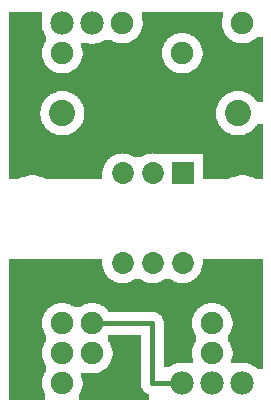
<source format=gtl>
G04 MADE WITH FRITZING*
G04 WWW.FRITZING.ORG*
G04 DOUBLE SIDED*
G04 HOLES PLATED*
G04 CONTOUR ON CENTER OF CONTOUR VECTOR*
%ASAXBY*%
%FSLAX23Y23*%
%MOIN*%
%OFA0B0*%
%SFA1.0B1.0*%
%ADD10C,0.075000*%
%ADD11C,0.072361*%
%ADD12C,0.072917*%
%ADD13C,0.078000*%
%ADD14C,0.087500*%
%ADD15R,0.072361X0.072361*%
%ADD16C,0.016000*%
%LNCOPPER1*%
G90*
G70*
G54D10*
X105Y1263D03*
X105Y265D03*
X718Y295D03*
X318Y295D03*
X318Y195D03*
X718Y195D03*
G54D11*
X619Y795D03*
G54D12*
X619Y495D03*
X519Y795D03*
X519Y495D03*
X419Y795D03*
X419Y495D03*
G54D10*
X218Y95D03*
X218Y195D03*
X218Y295D03*
G54D13*
X318Y1295D03*
X218Y1295D03*
X618Y95D03*
X718Y95D03*
X818Y95D03*
G54D10*
X218Y1195D03*
X618Y1195D03*
X418Y1295D03*
X818Y1295D03*
G54D14*
X804Y995D03*
X218Y995D03*
G54D15*
X619Y795D03*
G54D16*
X518Y95D02*
X599Y95D01*
D02*
X518Y295D02*
X518Y95D01*
D02*
X336Y295D02*
X518Y295D01*
G36*
X40Y1332D02*
X40Y1128D01*
X204Y1128D01*
X204Y1130D01*
X198Y1130D01*
X198Y1132D01*
X192Y1132D01*
X192Y1134D01*
X188Y1134D01*
X188Y1136D01*
X184Y1136D01*
X184Y1138D01*
X180Y1138D01*
X180Y1140D01*
X178Y1140D01*
X178Y1142D01*
X176Y1142D01*
X176Y1144D01*
X174Y1144D01*
X174Y1146D01*
X170Y1146D01*
X170Y1148D01*
X168Y1148D01*
X168Y1152D01*
X166Y1152D01*
X166Y1154D01*
X164Y1154D01*
X164Y1156D01*
X162Y1156D01*
X162Y1160D01*
X160Y1160D01*
X160Y1162D01*
X158Y1162D01*
X158Y1166D01*
X156Y1166D01*
X156Y1172D01*
X154Y1172D01*
X154Y1178D01*
X152Y1178D01*
X152Y1190D01*
X150Y1190D01*
X150Y1200D01*
X152Y1200D01*
X152Y1212D01*
X154Y1212D01*
X154Y1218D01*
X156Y1218D01*
X156Y1224D01*
X158Y1224D01*
X158Y1228D01*
X160Y1228D01*
X160Y1230D01*
X162Y1230D01*
X162Y1234D01*
X164Y1234D01*
X164Y1254D01*
X162Y1254D01*
X162Y1256D01*
X160Y1256D01*
X160Y1260D01*
X158Y1260D01*
X158Y1264D01*
X156Y1264D01*
X156Y1268D01*
X154Y1268D01*
X154Y1272D01*
X152Y1272D01*
X152Y1280D01*
X150Y1280D01*
X150Y1310D01*
X152Y1310D01*
X152Y1332D01*
X40Y1332D01*
G37*
D02*
G36*
X484Y1332D02*
X484Y1304D01*
X486Y1304D01*
X486Y1286D01*
X484Y1286D01*
X484Y1276D01*
X482Y1276D01*
X482Y1270D01*
X480Y1270D01*
X480Y1266D01*
X478Y1266D01*
X478Y1262D01*
X632Y1262D01*
X632Y1260D01*
X640Y1260D01*
X640Y1258D01*
X644Y1258D01*
X644Y1256D01*
X648Y1256D01*
X648Y1254D01*
X652Y1254D01*
X652Y1252D01*
X656Y1252D01*
X656Y1250D01*
X658Y1250D01*
X658Y1248D01*
X662Y1248D01*
X662Y1246D01*
X664Y1246D01*
X664Y1244D01*
X666Y1244D01*
X666Y1242D01*
X668Y1242D01*
X668Y1240D01*
X670Y1240D01*
X670Y1236D01*
X672Y1236D01*
X672Y1234D01*
X674Y1234D01*
X674Y1232D01*
X676Y1232D01*
X676Y1228D01*
X804Y1228D01*
X804Y1230D01*
X798Y1230D01*
X798Y1232D01*
X792Y1232D01*
X792Y1234D01*
X788Y1234D01*
X788Y1236D01*
X784Y1236D01*
X784Y1238D01*
X780Y1238D01*
X780Y1240D01*
X778Y1240D01*
X778Y1242D01*
X776Y1242D01*
X776Y1244D01*
X774Y1244D01*
X774Y1246D01*
X770Y1246D01*
X770Y1248D01*
X768Y1248D01*
X768Y1252D01*
X766Y1252D01*
X766Y1254D01*
X764Y1254D01*
X764Y1256D01*
X762Y1256D01*
X762Y1260D01*
X760Y1260D01*
X760Y1262D01*
X758Y1262D01*
X758Y1266D01*
X756Y1266D01*
X756Y1272D01*
X754Y1272D01*
X754Y1278D01*
X752Y1278D01*
X752Y1290D01*
X750Y1290D01*
X750Y1300D01*
X752Y1300D01*
X752Y1312D01*
X754Y1312D01*
X754Y1332D01*
X484Y1332D01*
G37*
D02*
G36*
X476Y1262D02*
X476Y1260D01*
X474Y1260D01*
X474Y1256D01*
X472Y1256D01*
X472Y1254D01*
X470Y1254D01*
X470Y1250D01*
X468Y1250D01*
X468Y1248D01*
X466Y1248D01*
X466Y1246D01*
X464Y1246D01*
X464Y1244D01*
X460Y1244D01*
X460Y1242D01*
X458Y1242D01*
X458Y1240D01*
X456Y1240D01*
X456Y1238D01*
X452Y1238D01*
X452Y1236D01*
X448Y1236D01*
X448Y1234D01*
X444Y1234D01*
X444Y1232D01*
X440Y1232D01*
X440Y1230D01*
X432Y1230D01*
X432Y1228D01*
X560Y1228D01*
X560Y1230D01*
X562Y1230D01*
X562Y1234D01*
X564Y1234D01*
X564Y1236D01*
X566Y1236D01*
X566Y1238D01*
X568Y1238D01*
X568Y1242D01*
X570Y1242D01*
X570Y1244D01*
X572Y1244D01*
X572Y1246D01*
X576Y1246D01*
X576Y1248D01*
X578Y1248D01*
X578Y1250D01*
X580Y1250D01*
X580Y1252D01*
X584Y1252D01*
X584Y1254D01*
X588Y1254D01*
X588Y1256D01*
X592Y1256D01*
X592Y1258D01*
X596Y1258D01*
X596Y1260D01*
X604Y1260D01*
X604Y1262D01*
X476Y1262D01*
G37*
D02*
G36*
X866Y1248D02*
X866Y1246D01*
X864Y1246D01*
X864Y1244D01*
X860Y1244D01*
X860Y1242D01*
X858Y1242D01*
X858Y1240D01*
X856Y1240D01*
X856Y1238D01*
X852Y1238D01*
X852Y1236D01*
X848Y1236D01*
X848Y1234D01*
X844Y1234D01*
X844Y1232D01*
X840Y1232D01*
X840Y1230D01*
X832Y1230D01*
X832Y1228D01*
X886Y1228D01*
X886Y1248D01*
X866Y1248D01*
G37*
D02*
G36*
X358Y1240D02*
X358Y1238D01*
X356Y1238D01*
X356Y1236D01*
X352Y1236D01*
X352Y1234D01*
X348Y1234D01*
X348Y1232D01*
X344Y1232D01*
X344Y1230D01*
X338Y1230D01*
X338Y1228D01*
X404Y1228D01*
X404Y1230D01*
X398Y1230D01*
X398Y1232D01*
X392Y1232D01*
X392Y1234D01*
X388Y1234D01*
X388Y1236D01*
X384Y1236D01*
X384Y1238D01*
X380Y1238D01*
X380Y1240D01*
X358Y1240D01*
G37*
D02*
G36*
X282Y1228D02*
X282Y1226D01*
X308Y1226D01*
X308Y1228D01*
X282Y1228D01*
G37*
D02*
G36*
X328Y1228D02*
X328Y1226D01*
X558Y1226D01*
X558Y1228D01*
X328Y1228D01*
G37*
D02*
G36*
X328Y1228D02*
X328Y1226D01*
X558Y1226D01*
X558Y1228D01*
X328Y1228D01*
G37*
D02*
G36*
X678Y1228D02*
X678Y1226D01*
X886Y1226D01*
X886Y1228D01*
X678Y1228D01*
G37*
D02*
G36*
X678Y1228D02*
X678Y1226D01*
X886Y1226D01*
X886Y1228D01*
X678Y1228D01*
G37*
D02*
G36*
X282Y1226D02*
X282Y1224D01*
X558Y1224D01*
X558Y1226D01*
X282Y1226D01*
G37*
D02*
G36*
X282Y1226D02*
X282Y1224D01*
X558Y1224D01*
X558Y1226D01*
X282Y1226D01*
G37*
D02*
G36*
X678Y1226D02*
X678Y1224D01*
X680Y1224D01*
X680Y1220D01*
X682Y1220D01*
X682Y1214D01*
X684Y1214D01*
X684Y1204D01*
X686Y1204D01*
X686Y1186D01*
X684Y1186D01*
X684Y1176D01*
X682Y1176D01*
X682Y1170D01*
X680Y1170D01*
X680Y1166D01*
X678Y1166D01*
X678Y1162D01*
X676Y1162D01*
X676Y1160D01*
X674Y1160D01*
X674Y1156D01*
X672Y1156D01*
X672Y1154D01*
X670Y1154D01*
X670Y1150D01*
X668Y1150D01*
X668Y1148D01*
X666Y1148D01*
X666Y1146D01*
X664Y1146D01*
X664Y1144D01*
X660Y1144D01*
X660Y1142D01*
X658Y1142D01*
X658Y1140D01*
X656Y1140D01*
X656Y1138D01*
X652Y1138D01*
X652Y1136D01*
X648Y1136D01*
X648Y1134D01*
X644Y1134D01*
X644Y1132D01*
X640Y1132D01*
X640Y1130D01*
X632Y1130D01*
X632Y1128D01*
X886Y1128D01*
X886Y1226D01*
X678Y1226D01*
G37*
D02*
G36*
X282Y1224D02*
X282Y1214D01*
X284Y1214D01*
X284Y1204D01*
X286Y1204D01*
X286Y1186D01*
X284Y1186D01*
X284Y1176D01*
X282Y1176D01*
X282Y1170D01*
X280Y1170D01*
X280Y1166D01*
X278Y1166D01*
X278Y1162D01*
X276Y1162D01*
X276Y1160D01*
X274Y1160D01*
X274Y1156D01*
X272Y1156D01*
X272Y1154D01*
X270Y1154D01*
X270Y1150D01*
X268Y1150D01*
X268Y1148D01*
X266Y1148D01*
X266Y1146D01*
X264Y1146D01*
X264Y1144D01*
X260Y1144D01*
X260Y1142D01*
X258Y1142D01*
X258Y1140D01*
X256Y1140D01*
X256Y1138D01*
X252Y1138D01*
X252Y1136D01*
X248Y1136D01*
X248Y1134D01*
X244Y1134D01*
X244Y1132D01*
X240Y1132D01*
X240Y1130D01*
X232Y1130D01*
X232Y1128D01*
X604Y1128D01*
X604Y1130D01*
X598Y1130D01*
X598Y1132D01*
X592Y1132D01*
X592Y1134D01*
X588Y1134D01*
X588Y1136D01*
X584Y1136D01*
X584Y1138D01*
X580Y1138D01*
X580Y1140D01*
X578Y1140D01*
X578Y1142D01*
X576Y1142D01*
X576Y1144D01*
X574Y1144D01*
X574Y1146D01*
X570Y1146D01*
X570Y1148D01*
X568Y1148D01*
X568Y1152D01*
X566Y1152D01*
X566Y1154D01*
X564Y1154D01*
X564Y1156D01*
X562Y1156D01*
X562Y1160D01*
X560Y1160D01*
X560Y1162D01*
X558Y1162D01*
X558Y1166D01*
X556Y1166D01*
X556Y1172D01*
X554Y1172D01*
X554Y1178D01*
X552Y1178D01*
X552Y1190D01*
X550Y1190D01*
X550Y1200D01*
X552Y1200D01*
X552Y1212D01*
X554Y1212D01*
X554Y1218D01*
X556Y1218D01*
X556Y1224D01*
X282Y1224D01*
G37*
D02*
G36*
X40Y1128D02*
X40Y1126D01*
X886Y1126D01*
X886Y1128D01*
X40Y1128D01*
G37*
D02*
G36*
X40Y1128D02*
X40Y1126D01*
X886Y1126D01*
X886Y1128D01*
X40Y1128D01*
G37*
D02*
G36*
X40Y1128D02*
X40Y1126D01*
X886Y1126D01*
X886Y1128D01*
X40Y1128D01*
G37*
D02*
G36*
X40Y1126D02*
X40Y1068D01*
X820Y1068D01*
X820Y1066D01*
X828Y1066D01*
X828Y1064D01*
X832Y1064D01*
X832Y1062D01*
X836Y1062D01*
X836Y1060D01*
X840Y1060D01*
X840Y1058D01*
X844Y1058D01*
X844Y1056D01*
X846Y1056D01*
X846Y1054D01*
X850Y1054D01*
X850Y1052D01*
X852Y1052D01*
X852Y1050D01*
X854Y1050D01*
X854Y1048D01*
X856Y1048D01*
X856Y1046D01*
X858Y1046D01*
X858Y1044D01*
X860Y1044D01*
X860Y1042D01*
X862Y1042D01*
X862Y1038D01*
X864Y1038D01*
X864Y1036D01*
X866Y1036D01*
X866Y1034D01*
X886Y1034D01*
X886Y1126D01*
X40Y1126D01*
G37*
D02*
G36*
X40Y1068D02*
X40Y922D01*
X202Y922D01*
X202Y924D01*
X196Y924D01*
X196Y926D01*
X190Y926D01*
X190Y928D01*
X186Y928D01*
X186Y930D01*
X182Y930D01*
X182Y932D01*
X178Y932D01*
X178Y934D01*
X176Y934D01*
X176Y936D01*
X174Y936D01*
X174Y938D01*
X170Y938D01*
X170Y940D01*
X168Y940D01*
X168Y942D01*
X166Y942D01*
X166Y944D01*
X164Y944D01*
X164Y946D01*
X162Y946D01*
X162Y948D01*
X160Y948D01*
X160Y952D01*
X158Y952D01*
X158Y954D01*
X156Y954D01*
X156Y958D01*
X154Y958D01*
X154Y960D01*
X152Y960D01*
X152Y964D01*
X150Y964D01*
X150Y970D01*
X148Y970D01*
X148Y976D01*
X146Y976D01*
X146Y986D01*
X144Y986D01*
X144Y1004D01*
X146Y1004D01*
X146Y1014D01*
X148Y1014D01*
X148Y1020D01*
X150Y1020D01*
X150Y1026D01*
X152Y1026D01*
X152Y1030D01*
X154Y1030D01*
X154Y1032D01*
X156Y1032D01*
X156Y1036D01*
X158Y1036D01*
X158Y1038D01*
X160Y1038D01*
X160Y1042D01*
X162Y1042D01*
X162Y1044D01*
X164Y1044D01*
X164Y1046D01*
X166Y1046D01*
X166Y1048D01*
X168Y1048D01*
X168Y1050D01*
X170Y1050D01*
X170Y1052D01*
X172Y1052D01*
X172Y1054D01*
X176Y1054D01*
X176Y1056D01*
X178Y1056D01*
X178Y1058D01*
X182Y1058D01*
X182Y1060D01*
X186Y1060D01*
X186Y1062D01*
X190Y1062D01*
X190Y1064D01*
X196Y1064D01*
X196Y1066D01*
X202Y1066D01*
X202Y1068D01*
X40Y1068D01*
G37*
D02*
G36*
X234Y1068D02*
X234Y1066D01*
X242Y1066D01*
X242Y1064D01*
X246Y1064D01*
X246Y1062D01*
X250Y1062D01*
X250Y1060D01*
X254Y1060D01*
X254Y1058D01*
X258Y1058D01*
X258Y1056D01*
X260Y1056D01*
X260Y1054D01*
X264Y1054D01*
X264Y1052D01*
X266Y1052D01*
X266Y1050D01*
X268Y1050D01*
X268Y1048D01*
X270Y1048D01*
X270Y1046D01*
X272Y1046D01*
X272Y1044D01*
X274Y1044D01*
X274Y1042D01*
X276Y1042D01*
X276Y1040D01*
X278Y1040D01*
X278Y1036D01*
X280Y1036D01*
X280Y1034D01*
X282Y1034D01*
X282Y1030D01*
X284Y1030D01*
X284Y1026D01*
X286Y1026D01*
X286Y1022D01*
X288Y1022D01*
X288Y1016D01*
X290Y1016D01*
X290Y1006D01*
X292Y1006D01*
X292Y984D01*
X290Y984D01*
X290Y974D01*
X288Y974D01*
X288Y968D01*
X286Y968D01*
X286Y964D01*
X284Y964D01*
X284Y960D01*
X282Y960D01*
X282Y956D01*
X280Y956D01*
X280Y954D01*
X278Y954D01*
X278Y950D01*
X276Y950D01*
X276Y948D01*
X274Y948D01*
X274Y946D01*
X272Y946D01*
X272Y944D01*
X270Y944D01*
X270Y942D01*
X268Y942D01*
X268Y940D01*
X266Y940D01*
X266Y938D01*
X264Y938D01*
X264Y936D01*
X260Y936D01*
X260Y934D01*
X258Y934D01*
X258Y932D01*
X254Y932D01*
X254Y930D01*
X250Y930D01*
X250Y928D01*
X246Y928D01*
X246Y926D01*
X240Y926D01*
X240Y924D01*
X234Y924D01*
X234Y922D01*
X788Y922D01*
X788Y924D01*
X782Y924D01*
X782Y926D01*
X776Y926D01*
X776Y928D01*
X772Y928D01*
X772Y930D01*
X768Y930D01*
X768Y932D01*
X764Y932D01*
X764Y934D01*
X762Y934D01*
X762Y936D01*
X758Y936D01*
X758Y938D01*
X756Y938D01*
X756Y940D01*
X754Y940D01*
X754Y942D01*
X752Y942D01*
X752Y944D01*
X750Y944D01*
X750Y946D01*
X748Y946D01*
X748Y948D01*
X746Y948D01*
X746Y952D01*
X744Y952D01*
X744Y954D01*
X742Y954D01*
X742Y958D01*
X740Y958D01*
X740Y960D01*
X738Y960D01*
X738Y964D01*
X736Y964D01*
X736Y970D01*
X734Y970D01*
X734Y976D01*
X732Y976D01*
X732Y986D01*
X730Y986D01*
X730Y1004D01*
X732Y1004D01*
X732Y1014D01*
X734Y1014D01*
X734Y1020D01*
X736Y1020D01*
X736Y1026D01*
X738Y1026D01*
X738Y1030D01*
X740Y1030D01*
X740Y1032D01*
X742Y1032D01*
X742Y1036D01*
X744Y1036D01*
X744Y1038D01*
X746Y1038D01*
X746Y1042D01*
X748Y1042D01*
X748Y1044D01*
X750Y1044D01*
X750Y1046D01*
X752Y1046D01*
X752Y1048D01*
X754Y1048D01*
X754Y1050D01*
X756Y1050D01*
X756Y1052D01*
X758Y1052D01*
X758Y1054D01*
X762Y1054D01*
X762Y1056D01*
X764Y1056D01*
X764Y1058D01*
X768Y1058D01*
X768Y1060D01*
X772Y1060D01*
X772Y1062D01*
X776Y1062D01*
X776Y1064D01*
X780Y1064D01*
X780Y1066D01*
X788Y1066D01*
X788Y1068D01*
X234Y1068D01*
G37*
D02*
G36*
X866Y958D02*
X866Y954D01*
X864Y954D01*
X864Y952D01*
X862Y952D01*
X862Y948D01*
X860Y948D01*
X860Y946D01*
X858Y946D01*
X858Y944D01*
X856Y944D01*
X856Y942D01*
X854Y942D01*
X854Y940D01*
X852Y940D01*
X852Y938D01*
X850Y938D01*
X850Y936D01*
X846Y936D01*
X846Y934D01*
X844Y934D01*
X844Y932D01*
X840Y932D01*
X840Y930D01*
X836Y930D01*
X836Y928D01*
X832Y928D01*
X832Y926D01*
X826Y926D01*
X826Y924D01*
X820Y924D01*
X820Y922D01*
X886Y922D01*
X886Y958D01*
X866Y958D01*
G37*
D02*
G36*
X40Y922D02*
X40Y920D01*
X886Y920D01*
X886Y922D01*
X40Y922D01*
G37*
D02*
G36*
X40Y922D02*
X40Y920D01*
X886Y920D01*
X886Y922D01*
X40Y922D01*
G37*
D02*
G36*
X40Y922D02*
X40Y920D01*
X886Y920D01*
X886Y922D01*
X40Y922D01*
G37*
D02*
G36*
X40Y920D02*
X40Y862D01*
X522Y862D01*
X522Y860D01*
X686Y860D01*
X686Y788D01*
X830Y788D01*
X830Y786D01*
X840Y786D01*
X840Y784D01*
X848Y784D01*
X848Y782D01*
X854Y782D01*
X854Y780D01*
X858Y780D01*
X858Y778D01*
X862Y778D01*
X862Y776D01*
X886Y776D01*
X886Y920D01*
X40Y920D01*
G37*
D02*
G36*
X40Y862D02*
X40Y788D01*
X130Y788D01*
X130Y786D01*
X140Y786D01*
X140Y784D01*
X148Y784D01*
X148Y782D01*
X154Y782D01*
X154Y780D01*
X158Y780D01*
X158Y778D01*
X162Y778D01*
X162Y776D01*
X352Y776D01*
X352Y802D01*
X354Y802D01*
X354Y812D01*
X356Y812D01*
X356Y818D01*
X358Y818D01*
X358Y824D01*
X360Y824D01*
X360Y826D01*
X362Y826D01*
X362Y830D01*
X364Y830D01*
X364Y834D01*
X366Y834D01*
X366Y836D01*
X368Y836D01*
X368Y838D01*
X370Y838D01*
X370Y840D01*
X372Y840D01*
X372Y842D01*
X374Y842D01*
X374Y844D01*
X376Y844D01*
X376Y846D01*
X378Y846D01*
X378Y848D01*
X382Y848D01*
X382Y850D01*
X384Y850D01*
X384Y852D01*
X388Y852D01*
X388Y854D01*
X392Y854D01*
X392Y856D01*
X396Y856D01*
X396Y858D01*
X402Y858D01*
X402Y860D01*
X416Y860D01*
X416Y862D01*
X40Y862D01*
G37*
D02*
G36*
X422Y862D02*
X422Y860D01*
X436Y860D01*
X436Y858D01*
X442Y858D01*
X442Y856D01*
X446Y856D01*
X446Y854D01*
X450Y854D01*
X450Y852D01*
X454Y852D01*
X454Y850D01*
X456Y850D01*
X456Y848D01*
X482Y848D01*
X482Y850D01*
X484Y850D01*
X484Y852D01*
X488Y852D01*
X488Y854D01*
X492Y854D01*
X492Y856D01*
X496Y856D01*
X496Y858D01*
X502Y858D01*
X502Y860D01*
X516Y860D01*
X516Y862D01*
X422Y862D01*
G37*
D02*
G36*
X40Y788D02*
X40Y776D01*
X74Y776D01*
X74Y778D01*
X78Y778D01*
X78Y780D01*
X82Y780D01*
X82Y782D01*
X88Y782D01*
X88Y784D01*
X96Y784D01*
X96Y786D01*
X106Y786D01*
X106Y788D01*
X40Y788D01*
G37*
D02*
G36*
X686Y788D02*
X686Y776D01*
X774Y776D01*
X774Y778D01*
X778Y778D01*
X778Y780D01*
X782Y780D01*
X782Y782D01*
X788Y782D01*
X788Y784D01*
X796Y784D01*
X796Y786D01*
X806Y786D01*
X806Y788D01*
X686Y788D01*
G37*
D02*
G36*
X40Y508D02*
X40Y428D01*
X410Y428D01*
X410Y430D01*
X400Y430D01*
X400Y432D01*
X394Y432D01*
X394Y434D01*
X390Y434D01*
X390Y436D01*
X386Y436D01*
X386Y438D01*
X382Y438D01*
X382Y440D01*
X380Y440D01*
X380Y442D01*
X378Y442D01*
X378Y444D01*
X374Y444D01*
X374Y446D01*
X372Y446D01*
X372Y448D01*
X370Y448D01*
X370Y450D01*
X368Y450D01*
X368Y454D01*
X366Y454D01*
X366Y456D01*
X364Y456D01*
X364Y460D01*
X362Y460D01*
X362Y462D01*
X360Y462D01*
X360Y466D01*
X358Y466D01*
X358Y470D01*
X356Y470D01*
X356Y476D01*
X354Y476D01*
X354Y486D01*
X352Y486D01*
X352Y508D01*
X40Y508D01*
G37*
D02*
G36*
X686Y508D02*
X686Y488D01*
X684Y488D01*
X684Y478D01*
X682Y478D01*
X682Y472D01*
X680Y472D01*
X680Y466D01*
X678Y466D01*
X678Y462D01*
X676Y462D01*
X676Y460D01*
X674Y460D01*
X674Y456D01*
X672Y456D01*
X672Y454D01*
X670Y454D01*
X670Y452D01*
X668Y452D01*
X668Y448D01*
X666Y448D01*
X666Y446D01*
X662Y446D01*
X662Y444D01*
X660Y444D01*
X660Y442D01*
X658Y442D01*
X658Y440D01*
X654Y440D01*
X654Y438D01*
X652Y438D01*
X652Y436D01*
X648Y436D01*
X648Y434D01*
X644Y434D01*
X644Y432D01*
X638Y432D01*
X638Y430D01*
X628Y430D01*
X628Y428D01*
X886Y428D01*
X886Y508D01*
X686Y508D01*
G37*
D02*
G36*
X458Y442D02*
X458Y440D01*
X454Y440D01*
X454Y438D01*
X452Y438D01*
X452Y436D01*
X448Y436D01*
X448Y434D01*
X444Y434D01*
X444Y432D01*
X438Y432D01*
X438Y430D01*
X428Y430D01*
X428Y428D01*
X510Y428D01*
X510Y430D01*
X500Y430D01*
X500Y432D01*
X494Y432D01*
X494Y434D01*
X490Y434D01*
X490Y436D01*
X486Y436D01*
X486Y438D01*
X482Y438D01*
X482Y440D01*
X480Y440D01*
X480Y442D01*
X458Y442D01*
G37*
D02*
G36*
X558Y442D02*
X558Y440D01*
X554Y440D01*
X554Y438D01*
X552Y438D01*
X552Y436D01*
X548Y436D01*
X548Y434D01*
X544Y434D01*
X544Y432D01*
X538Y432D01*
X538Y430D01*
X528Y430D01*
X528Y428D01*
X610Y428D01*
X610Y430D01*
X600Y430D01*
X600Y432D01*
X594Y432D01*
X594Y434D01*
X590Y434D01*
X590Y436D01*
X586Y436D01*
X586Y438D01*
X582Y438D01*
X582Y440D01*
X580Y440D01*
X580Y442D01*
X558Y442D01*
G37*
D02*
G36*
X40Y428D02*
X40Y426D01*
X886Y426D01*
X886Y428D01*
X40Y428D01*
G37*
D02*
G36*
X40Y428D02*
X40Y426D01*
X886Y426D01*
X886Y428D01*
X40Y428D01*
G37*
D02*
G36*
X40Y428D02*
X40Y426D01*
X886Y426D01*
X886Y428D01*
X40Y428D01*
G37*
D02*
G36*
X40Y428D02*
X40Y426D01*
X886Y426D01*
X886Y428D01*
X40Y428D01*
G37*
D02*
G36*
X40Y426D02*
X40Y362D01*
X732Y362D01*
X732Y360D01*
X740Y360D01*
X740Y358D01*
X744Y358D01*
X744Y356D01*
X748Y356D01*
X748Y354D01*
X752Y354D01*
X752Y352D01*
X756Y352D01*
X756Y350D01*
X758Y350D01*
X758Y348D01*
X762Y348D01*
X762Y346D01*
X764Y346D01*
X764Y344D01*
X766Y344D01*
X766Y342D01*
X768Y342D01*
X768Y340D01*
X770Y340D01*
X770Y336D01*
X772Y336D01*
X772Y334D01*
X774Y334D01*
X774Y332D01*
X776Y332D01*
X776Y328D01*
X778Y328D01*
X778Y324D01*
X780Y324D01*
X780Y320D01*
X782Y320D01*
X782Y314D01*
X784Y314D01*
X784Y304D01*
X786Y304D01*
X786Y286D01*
X784Y286D01*
X784Y276D01*
X782Y276D01*
X782Y270D01*
X780Y270D01*
X780Y266D01*
X778Y266D01*
X778Y262D01*
X776Y262D01*
X776Y260D01*
X774Y260D01*
X774Y256D01*
X772Y256D01*
X772Y234D01*
X774Y234D01*
X774Y232D01*
X776Y232D01*
X776Y228D01*
X778Y228D01*
X778Y224D01*
X780Y224D01*
X780Y220D01*
X782Y220D01*
X782Y214D01*
X784Y214D01*
X784Y204D01*
X786Y204D01*
X786Y186D01*
X784Y186D01*
X784Y176D01*
X782Y176D01*
X782Y164D01*
X830Y164D01*
X830Y162D01*
X838Y162D01*
X838Y160D01*
X844Y160D01*
X844Y158D01*
X848Y158D01*
X848Y156D01*
X852Y156D01*
X852Y154D01*
X856Y154D01*
X856Y152D01*
X858Y152D01*
X858Y150D01*
X860Y150D01*
X860Y148D01*
X864Y148D01*
X864Y146D01*
X866Y146D01*
X866Y144D01*
X886Y144D01*
X886Y426D01*
X40Y426D01*
G37*
D02*
G36*
X40Y362D02*
X40Y40D01*
X162Y40D01*
X162Y60D01*
X160Y60D01*
X160Y62D01*
X158Y62D01*
X158Y66D01*
X156Y66D01*
X156Y72D01*
X154Y72D01*
X154Y78D01*
X152Y78D01*
X152Y90D01*
X150Y90D01*
X150Y100D01*
X152Y100D01*
X152Y112D01*
X154Y112D01*
X154Y118D01*
X156Y118D01*
X156Y124D01*
X158Y124D01*
X158Y128D01*
X160Y128D01*
X160Y130D01*
X162Y130D01*
X162Y134D01*
X164Y134D01*
X164Y156D01*
X162Y156D01*
X162Y160D01*
X160Y160D01*
X160Y162D01*
X158Y162D01*
X158Y166D01*
X156Y166D01*
X156Y172D01*
X154Y172D01*
X154Y178D01*
X152Y178D01*
X152Y190D01*
X150Y190D01*
X150Y200D01*
X152Y200D01*
X152Y212D01*
X154Y212D01*
X154Y218D01*
X156Y218D01*
X156Y224D01*
X158Y224D01*
X158Y228D01*
X160Y228D01*
X160Y230D01*
X162Y230D01*
X162Y234D01*
X164Y234D01*
X164Y256D01*
X162Y256D01*
X162Y260D01*
X160Y260D01*
X160Y262D01*
X158Y262D01*
X158Y266D01*
X156Y266D01*
X156Y272D01*
X154Y272D01*
X154Y278D01*
X152Y278D01*
X152Y290D01*
X150Y290D01*
X150Y300D01*
X152Y300D01*
X152Y312D01*
X154Y312D01*
X154Y318D01*
X156Y318D01*
X156Y324D01*
X158Y324D01*
X158Y328D01*
X160Y328D01*
X160Y330D01*
X162Y330D01*
X162Y334D01*
X164Y334D01*
X164Y336D01*
X166Y336D01*
X166Y338D01*
X168Y338D01*
X168Y342D01*
X170Y342D01*
X170Y344D01*
X172Y344D01*
X172Y346D01*
X176Y346D01*
X176Y348D01*
X178Y348D01*
X178Y350D01*
X180Y350D01*
X180Y352D01*
X184Y352D01*
X184Y354D01*
X188Y354D01*
X188Y356D01*
X192Y356D01*
X192Y358D01*
X196Y358D01*
X196Y360D01*
X204Y360D01*
X204Y362D01*
X40Y362D01*
G37*
D02*
G36*
X232Y362D02*
X232Y360D01*
X240Y360D01*
X240Y358D01*
X244Y358D01*
X244Y356D01*
X248Y356D01*
X248Y354D01*
X252Y354D01*
X252Y352D01*
X256Y352D01*
X256Y350D01*
X258Y350D01*
X258Y348D01*
X278Y348D01*
X278Y350D01*
X280Y350D01*
X280Y352D01*
X284Y352D01*
X284Y354D01*
X288Y354D01*
X288Y356D01*
X292Y356D01*
X292Y358D01*
X296Y358D01*
X296Y360D01*
X304Y360D01*
X304Y362D01*
X232Y362D01*
G37*
D02*
G36*
X332Y362D02*
X332Y360D01*
X340Y360D01*
X340Y358D01*
X344Y358D01*
X344Y356D01*
X348Y356D01*
X348Y354D01*
X352Y354D01*
X352Y352D01*
X356Y352D01*
X356Y350D01*
X358Y350D01*
X358Y348D01*
X362Y348D01*
X362Y346D01*
X364Y346D01*
X364Y344D01*
X366Y344D01*
X366Y342D01*
X368Y342D01*
X368Y340D01*
X370Y340D01*
X370Y336D01*
X372Y336D01*
X372Y334D01*
X396Y334D01*
X396Y332D01*
X530Y332D01*
X530Y330D01*
X534Y330D01*
X534Y328D01*
X538Y328D01*
X538Y326D01*
X542Y326D01*
X542Y324D01*
X544Y324D01*
X544Y322D01*
X546Y322D01*
X546Y320D01*
X548Y320D01*
X548Y318D01*
X550Y318D01*
X550Y314D01*
X552Y314D01*
X552Y310D01*
X554Y310D01*
X554Y304D01*
X556Y304D01*
X556Y164D01*
X630Y164D01*
X630Y162D01*
X654Y162D01*
X654Y178D01*
X652Y178D01*
X652Y190D01*
X650Y190D01*
X650Y200D01*
X652Y200D01*
X652Y212D01*
X654Y212D01*
X654Y218D01*
X656Y218D01*
X656Y224D01*
X658Y224D01*
X658Y228D01*
X660Y228D01*
X660Y230D01*
X662Y230D01*
X662Y234D01*
X664Y234D01*
X664Y256D01*
X662Y256D01*
X662Y260D01*
X660Y260D01*
X660Y262D01*
X658Y262D01*
X658Y266D01*
X656Y266D01*
X656Y272D01*
X654Y272D01*
X654Y278D01*
X652Y278D01*
X652Y290D01*
X650Y290D01*
X650Y300D01*
X652Y300D01*
X652Y312D01*
X654Y312D01*
X654Y318D01*
X656Y318D01*
X656Y324D01*
X658Y324D01*
X658Y328D01*
X660Y328D01*
X660Y330D01*
X662Y330D01*
X662Y334D01*
X664Y334D01*
X664Y336D01*
X666Y336D01*
X666Y338D01*
X668Y338D01*
X668Y342D01*
X670Y342D01*
X670Y344D01*
X672Y344D01*
X672Y346D01*
X676Y346D01*
X676Y348D01*
X678Y348D01*
X678Y350D01*
X680Y350D01*
X680Y352D01*
X684Y352D01*
X684Y354D01*
X688Y354D01*
X688Y356D01*
X692Y356D01*
X692Y358D01*
X696Y358D01*
X696Y360D01*
X704Y360D01*
X704Y362D01*
X332Y362D01*
G37*
D02*
G36*
X556Y164D02*
X556Y148D01*
X576Y148D01*
X576Y150D01*
X578Y150D01*
X578Y152D01*
X582Y152D01*
X582Y154D01*
X584Y154D01*
X584Y156D01*
X588Y156D01*
X588Y158D01*
X592Y158D01*
X592Y160D01*
X598Y160D01*
X598Y162D01*
X606Y162D01*
X606Y164D01*
X556Y164D01*
G37*
D02*
G36*
X782Y164D02*
X782Y162D01*
X806Y162D01*
X806Y164D01*
X782Y164D01*
G37*
D02*
G36*
X372Y256D02*
X372Y234D01*
X374Y234D01*
X374Y232D01*
X376Y232D01*
X376Y228D01*
X378Y228D01*
X378Y224D01*
X380Y224D01*
X380Y220D01*
X382Y220D01*
X382Y214D01*
X384Y214D01*
X384Y204D01*
X386Y204D01*
X386Y186D01*
X384Y186D01*
X384Y176D01*
X382Y176D01*
X382Y170D01*
X380Y170D01*
X380Y166D01*
X378Y166D01*
X378Y162D01*
X376Y162D01*
X376Y160D01*
X374Y160D01*
X374Y156D01*
X372Y156D01*
X372Y154D01*
X370Y154D01*
X370Y150D01*
X368Y150D01*
X368Y148D01*
X366Y148D01*
X366Y146D01*
X364Y146D01*
X364Y144D01*
X360Y144D01*
X360Y142D01*
X358Y142D01*
X358Y140D01*
X356Y140D01*
X356Y138D01*
X352Y138D01*
X352Y136D01*
X348Y136D01*
X348Y134D01*
X344Y134D01*
X344Y132D01*
X340Y132D01*
X340Y130D01*
X332Y130D01*
X332Y128D01*
X480Y128D01*
X480Y256D01*
X372Y256D01*
G37*
D02*
G36*
X282Y130D02*
X282Y128D01*
X304Y128D01*
X304Y130D01*
X282Y130D01*
G37*
D02*
G36*
X282Y128D02*
X282Y126D01*
X480Y126D01*
X480Y128D01*
X282Y128D01*
G37*
D02*
G36*
X282Y128D02*
X282Y126D01*
X480Y126D01*
X480Y128D01*
X282Y128D01*
G37*
D02*
G36*
X282Y126D02*
X282Y114D01*
X284Y114D01*
X284Y104D01*
X286Y104D01*
X286Y86D01*
X284Y86D01*
X284Y76D01*
X282Y76D01*
X282Y70D01*
X280Y70D01*
X280Y66D01*
X278Y66D01*
X278Y62D01*
X276Y62D01*
X276Y60D01*
X274Y60D01*
X274Y40D01*
X506Y40D01*
X506Y60D01*
X500Y60D01*
X500Y62D01*
X498Y62D01*
X498Y64D01*
X494Y64D01*
X494Y66D01*
X492Y66D01*
X492Y68D01*
X490Y68D01*
X490Y70D01*
X488Y70D01*
X488Y74D01*
X486Y74D01*
X486Y76D01*
X484Y76D01*
X484Y80D01*
X482Y80D01*
X482Y88D01*
X480Y88D01*
X480Y126D01*
X282Y126D01*
G37*
D02*
G04 End of Copper1*
M02*
</source>
